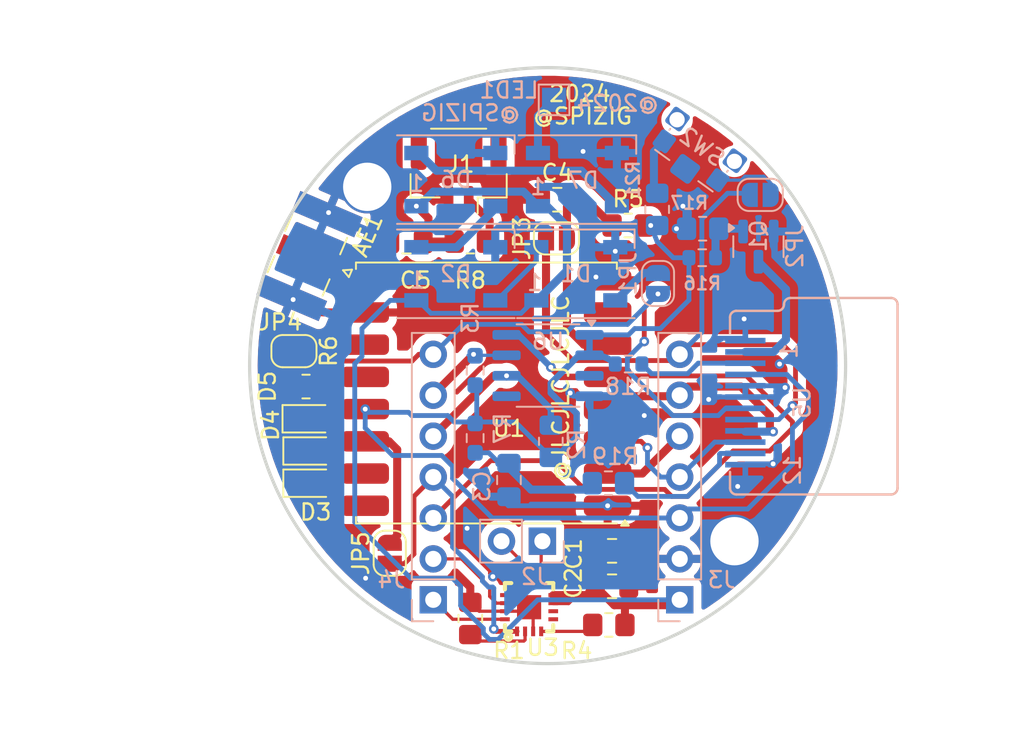
<source format=kicad_pcb>
(kicad_pcb (version 20240108) (generator "pcbnew") (generator_version "8.0")
  (layers (0 "F.Cu" signal) (31 "B.Cu" signal) (34 "B.Paste" user) (35 "F.Paste" user) (36 "B.SilkS" user "B.Silkscreen") (37 "F.SilkS" user "F.Silkscreen") (38 "B.Mask" user) (39 "F.Mask" user) (44 "Edge.Cuts" user))
  (net 0 "")
  (net 1 "GND")
  (net 2 "+3.3VP")
  (net 4 "Net-(C3-Pad1)")
  (net 7 "Net-(D1-DOUT)")
  (net 8 "Net-(D2-DOUT)")
  (net 9 "+BATT")
  (net 10 "/GPIO07")
  (net 11 "/GPIO09")
  (net 12 "/GPIO08")
  (net 13 "/LEDK")
  (net 14 "Net-(Q1-G)")
  (net 15 "Net-(U5-LEDA)")
  (net 16 "Net-(U5-~{RESET})")
  (net 17 "Net-(R21-Pad2)")
  (net 20 "Net-(J2-Pin_1)")
  (net 21 "Net-(J2-Pin_2)")
  (net 22 "Net-(U3-GAIN)")
  (net 23 "Net-(U3-SD)")
  (net 24 "/AUDIO_LRC")
  (net 25 "/AUDIO_DIN")
  (net 26 "/AUDIO_BCLK")
  (net 31 "/GPIO03")
  (net 32 "/GPIO06")
  (net 33 "/GPIO05")
  (net 34 "/GPIO43")
  (net 35 "Net-(D3-A)")
  (net 36 "Net-(D4-A)")
  (net 37 "/DIO0")
  (net 38 "/GPIO44")
  (net 39 "Net-(D6-DOUT)")
  (net 40 "Net-(D7-DOUT)")
  (net 41 "/LED_WS2812")
  (net 42 "/SW_X")
  (net 43 "Net-(JP3-B)")
  (net 44 "Net-(AE1-A)")
  (net 45 "Net-(D3-K)")
  (net 46 "Net-(J1-Pin_1)")
  (footprint "Diode_SMD:D_SOD-323" (layer "F.Cu") (at 99.15 83)
    (property "Reference" "D5")
    (property "Value" "MBR0530")
  )
  (footprint "Connector_Coaxial:SMA_Samtec_SMA-J-P-X-ST-EM1_EdgeMount" (layer "F.Cu") (at 99.216207 72.895368 -113)
    (property "Reference" "AE1")
    (property "Value" "Antenna_Shield")
  )
  (footprint "Capacitor_SMD:C_0805_2012Metric_Pad1.18x1.45mm_HandSolder" (layer "F.Cu") (at 118 93.4)
    (property "Reference" "C2")
    (property "Value" "100nF")
  )
  (footprint "Connector_JST:JST_GH_SM02B-GHS-TB_1x02-1MP_P1.25mm_Horizontal" (layer "F.Cu") (at 108.475 67.55 180)
    (property "Reference" "J1")
    (property "Value" "Conn_01x02_Female")
  )
  (footprint "Diode_SMD:D_SOD-323" (layer "F.Cu") (at 99.2 85)
    (property "Reference" "D4")
    (property "Value" "MBR0530")
  )
  (footprint "Jumper:SolderJumper-2_P1.3mm_Open_RoundedPad1.0x1.5mm" (layer "F.Cu") (at 98.25 78.8)
    (property "Reference" "JP4")
    (property "Value" "SolderJumper_2_Open" (hide yes))
  )
  (footprint "Resistor_SMD:R_0805_2012Metric_Pad1.20x1.40mm_HandSolder" (layer "F.Cu") (at 119 71)
    (property "Reference" "R5")
    (property "Value" "10K")
  )
  (footprint "Resistor_SMD:R_0805_2012Metric_Pad1.20x1.40mm_HandSolder" (layer "F.Cu") (at 109.2 95.4 -90)
    (property "Reference" "R1")
    (property "Value" "1K")
  )
  (footprint "Capacitor_SMD:C_0805_2012Metric_Pad1.18x1.45mm_HandSolder" (layer "F.Cu") (at 118 91.2)
    (property "Reference" "C1")
    (property "Value" "100nF")
  )
  (footprint "Resistor_SMD:R_0805_2012Metric_Pad1.20x1.40mm_HandSolder" (layer "F.Cu") (at 109.2 72 180)
    (property "Reference" "R8")
    (property "Value" "0R")
  )
  (footprint "Diode_SMD:D_SOD-323" (layer "F.Cu") (at 99.2 87)
    (property "Reference" "D3")
    (property "Value" "MBR0530")
  )
  (footprint "Capacitor_SMD:C_0805_2012Metric_Pad1.18x1.45mm_HandSolder" (layer "F.Cu") (at 114.6 69.4)
    (property "Reference" "C4")
    (property "Value" "100nF")
  )
  (footprint "Resistor_SMD:R_0805_2012Metric_Pad1.20x1.40mm_HandSolder" (layer "F.Cu") (at 117.8 95.8 180)
    (property "Reference" "R4")
    (property "Value" "1K")
  )
  (footprint "Capacitor_SMD:C_0805_2012Metric_Pad1.18x1.45mm_HandSolder" (layer "F.Cu") (at 105.2375 72 180)
    (property "Reference" "C5")
    (property "Value" "4.7uF")
  )
  (footprint "Resistor_SMD:R_0805_2012Metric_Pad1.20x1.40mm_HandSolder" (layer "F.Cu") (at 99 81)
    (property "Reference" "R6")
    (property "Value" "1K")
  )
  (footprint "Jumper:SolderJumper-2_P1.3mm_Open_RoundedPad1.0x1.5mm" (layer "F.Cu") (at 104.2 91.35 90)
    (property "Reference" "JP5")
    (property "Value" "SolderJumper_2_Open")
  )
  (footprint "Jumper:SolderJumper-2_P1.3mm_Open_RoundedPad1.0x1.5mm" (layer "F.Cu") (at 114.55 71.8)
    (property "Reference" "JP3")
    (property "Value" "SolderJumper_2_Open" (hide yes))
  )
  (footprint "tp4056:TQFN-16_L3.0-W3.0-P0.50-BL-EP1.5" (layer "F.Cu") (at 112.849 94.7)
    (property "Reference" "U3")
    (property "Value" "~" (hide yes))
  )
  (footprint "RF_Module:HOPERF_RFM9XW_SMD" (layer "F.Cu") (at 110.2 81.4 180)
    (property "Reference" "U1")
    (property "Value" "RFM95W-868S2")
  )
  (footprint "Connector_PinHeader_2.54mm:PinHeader_1x07_P2.54mm_Vertical" (layer "B.Cu") (at 122.2 94.24)
    (property "Reference" "J3")
    (property "Value" "Conn_01x07_Pin")
  )
  (footprint "Capacitor_SMD:C_0805_2012Metric_Pad1.18x1.45mm_HandSolder" (layer "B.Cu") (at 111.6 86.8 -90)
    (property "Reference" "C3")
    (property "Value" "100nF")
  )
  (footprint "Resistor_SMD:R_0805_2012Metric_Pad1.20x1.40mm_HandSolder" (layer "B.Cu") (at 120.8 70 90)
    (property "Reference" "R21")
    (property "Value" "100K")
  )
  (footprint "LED_SMD:LED_WS2812B_PLCC4_5.0x5.0mm_P3.2mm" (layer "B.Cu") (at 108.3 68.15)
    (property "Reference" "D6")
    (property "Value" "WS2812B")
  )
  (footprint "Resistor_SMD:R_0805_2012Metric_Pad1.20x1.40mm_HandSolder" (layer "B.Cu") (at 117.775 87 180)
    (property "Reference" "R19")
    (property "Value" "0R")
  )
  (footprint "open-Smartwatch:GC9A01_IPS_display" (layer "B.Cu") (at 126.525 82 90)
    (property "Reference" "U5")
    (property "Value" "GC9A01_IPS_display")
  )
  (footprint "Jumper:SolderJumper-2_P1.3mm_Open_RoundedPad1.0x1.5mm" (layer "B.Cu") (at 120.85 74.6 -90)
    (property "Reference" "JP1")
    (property "Value" "SolderJumper_2_Open")
  )
  (footprint "Resistor_SMD:R_0603_1608Metric" (layer "B.Cu") (at 123.6 73 180)
    (property "Reference" "R16")
    (property "Value" "10k")
  )
  (footprint "LED_SMD:LED_WS2812B_PLCC4_5.0x5.0mm_P3.2mm" (layer "B.Cu") (at 108.3 74)
    (property "Reference" "D2")
    (property "Value" "WS2812B")
  )
  (footprint "Connector_PinHeader_2.54mm:PinHeader_1x02_P2.54mm_Vertical" (layer "B.Cu") (at 113.675 90.6 90)
    (property "Reference" "J2")
    (property "Value" "Conn_01x02_Pin" (hide yes))
  )
  (footprint "Jumper:SolderJumper-2_P1.3mm_Open_RoundedPad1.0x1.5mm" (layer "B.Cu") (at 127.2 69.1)
    (property "Reference" "JP2")
    (property "Value" "SolderJumper_2_Open")
  )
  (footprint "Package_TO_SOT_SMD:SOT-23" (layer "B.Cu") (at 127.0875 72.3125 -90)
    (property "Reference" "Q1")
    (property "Value" "2N7002")
  )
  (footprint "TestPoint:TestPoint_Pad_1.5x1.5mm" (layer "B.Cu") (at 114.4 63.2 180)
    (property "Reference" "LED1")
    (property "Value" "TestPoint")
  )
  (footprint "tp4056:SW_SPST_CK_KMS2xxGP" (layer "B.Cu") (at 123.375352 66.33218 -36)
    (property "Reference" "SW2")
    (property "Value" "SW_Push")
  )
  (footprint "Resistor_SMD:R_0805_2012Metric_Pad1.20x1.40mm_HandSolder" (layer "B.Cu") (at 114.2 84.4 90)
    (property "Reference" "R2")
    (property "Value" "10k")
  )
  (footprint "LED_SMD:LED_WS2812B_PLCC4_5.0x5.0mm_P3.2mm" (layer "B.Cu") (at 115.85 68.15)
    (property "Reference" "D7")
    (property "Value" "WS2812B")
  )
  (footprint "Resistor_SMD:R_0805_2012Metric_Pad1.20x1.40mm_HandSolder" (layer "B.Cu") (at 123.625 71.2)
    (property "Reference" "R17")
    (property "Value" "1M")
  )
  (footprint "LED_SMD:LED_WS2812B_PLCC4_5.0x5.0mm_P3.2mm" (layer "B.Cu") (at 115.75 74)
    (property "Reference" "D1")
    (property "Value" "WS2812B")
  )
  (footprint "Connector_PinHeader_2.54mm:PinHeader_1x07_P2.54mm_Vertical" (layer "B.Cu") (at 106.9 94.24)
    (property "Reference" "J4")
    (property "Value" "Conn_01x07_Pin")
  )
  (footprint "Resistor_SMD:R_0603_1608Metric_Pad0.98x0.95mm_HandSolder" (layer "B.Cu") (at 109.5 80 90)
    (property "Reference" "R3")
    (property "Value" "10k")
  )
  (footprint "Resistor_SMD:R_0603_1608Metric_Pad0.98x0.95mm_HandSolder" (layer "B.Cu") (at 109.5 84.2 -90)
    (property "Reference" "R7")
    (property "Value" "10k")
  )
  (footprint "Resistor_SMD:R_0603_1608Metric" (layer "B.Cu") (at 119.025 79.6)
    (property "Reference" "R18")
    (property "Value" "22")
  )
  (footprint "Package_SO:SO-8_3.9x4.9mm_P1.27mm" (layer "B.Cu") (at 114.025 79.695 180)
    (property "Reference" "U6")
    (property "Value" "MT6701CT")
  )
  (gr_circle (center 114 79.7) (end 132.5 79.7) (stroke (width 0.2)) (fill none) (layer "Edge.Cuts"))
  (gr_text "@2024" (at 121 64 0) (layer "B.SilkS") (effects (font (size 1 1)) (justify left bottom mirror)))
  (gr_text "@SPIZIG" (at 112.4 64.6 -0) (layer "B.SilkS") (effects (font (size 1 1)) (justify left bottom mirror)))
  (gr_text "@JLCJLCJLCJLC" (at 115.4 87 90) (layer "F.SilkS") (effects (font (size 1 1)) (justify left bottom)))
  (gr_text "@SPIZIG" (at 113 64.8 0) (layer "F.SilkS") (effects (font (size 1 1)) (justify left bottom)))
  (gr_text "2024" (at 114 63.4 0) (layer "F.SilkS") (effects (font (size 1 1)) (justify left bottom)))
  (segment (start 111.349 94.948) (end 112.601 94.948) (width 0.2) (layer "F.Cu") (net 1))
  (segment (start 112.599 92.673) (end 112.326 92.4) (width 0.2) (layer "F.Cu") (net 1))
  (segment (start 106.897316 68.447316) (end 107.244632 68.1) (width 0.5) (layer "F.Cu") (net 1))
  (segment (start 102.952684 68.447316) (end 102.8 68.6) (width 0.5) (layer "F.Cu") (net 1))
  (segment (start 113.101 96.2) (end 113.101 94.952) (width 0.2) (layer "F.Cu") (net 1))
  (segment (start 128.74038 81.05962) (end 128.74038 79.94038) (width 0.3) (layer "F.Cu") (net 1))
  (segment (start 112.599 93.2) (end 112.599 94.45) (width 0.2) (layer "F.Cu") (net 1))
  (segment (start 110.6 92.8) (end 110.4 92.6) (width 0.2) (layer "F.Cu") (net 1))
  (segment (start 100 76.2) (end 99.975 76.225) (width 0.2) (layer "F.Cu") (net 1))
  (segment (start 109.2 93.6) (end 109.2 94.4) (width 0.3) (layer "F.Cu") (net 1))
  (segment (start 112.599 93.2) (end 112.599 92.673) (width 0.2) (layer "F.Cu") (net 1))
  (segment (start 110.4 92.234314) (end 109 90.834315) (width 0.2) (layer "F.Cu") (net 1))
  (segment (start 106.897316 68.447316) (end 102.952684 68.447316) (width 0.5) (layer "F.Cu") (net 1))
  (segment (start 102.7 92.9) (end 108.5 92.9) (width 0.3) (layer "F.Cu") (net 1))
  (segment (start 109 90.834315) (end 109 89.8) (width 0.2) (layer "F.Cu") (net 1))
  (segment (start 107.244632 68.1) (end 112.2625 68.1) (width 0.5) (layer "F.Cu") (net 1))
  (segment (start 102.675 76.4) (end 100.295338 76.4) (width 0.5) (layer "F.Cu") (net 1))
  (segment (start 110.4 92.6) (end 110.4 92.234314) (width 0.2) (layer "F.Cu") (net 1))
  (segment (start 112.601 94.948) (end 112.849 94.7) (width 0.2) (layer "F.Cu") (net 1))
  (segment (start 107.85 69.4) (end 106.897316 68.447316) (width 0.5) (layer "F.Cu") (net 1))
  (segment (start 111.349 94.948) (end 109.748 94.948) (width 0.2) (layer "F.Cu") (net 1))
  (segment (start 112.2625 68.1) (end 113.5625 69.4) (width 0.5) (layer "F.Cu") (net 1))
  (segment (start 108.5 92.9) (end 109.2 93.6) (width 0.3) (layer "F.Cu") (net 1))
  (segment (start 111 92.4) (end 110.6 92.8) (width 0.2) (layer "F.Cu") (net 1))
  (segment (start 123 82.8) (end 120 82.8) (width 0.3) (layer "F.Cu") (net 1))
  (segment (start 109.748 94.948) (end 109.2 94.4) (width 0.2) (layer "F.Cu") (net 1))
  (segment (start 112.326 92.4) (end 111 92.4) (width 0.2) (layer "F.Cu") (net 1))
  (via (at 98.2 75.6) (size 0.5) (drill 0.3) (layers "F.Cu" "B.Cu") (net 1))
  (via (at 125.8 87.2) (size 0.6) (drill 0.3) (layers "F.Cu" "B.Cu") (net 1))
  (via (at 122 71.2) (size 0.6) (drill 0.3) (layers "F.Cu" "B.Cu") (net 1))
  (via (at 124 81.8) (size 0.6) (drill 0.3) (layers "F.Cu" "B.Cu") (net 1))
  (via (at 122.4 69.8) (size 0.6) (drill 0.3) (layers "F.Cu" "B.Cu") (net 1))
  (via (at 102.8 68.6) (size 3.3) (drill 3) (layers "F.Cu" "B.Cu") (net 1))
  (via (at 117 74.2) (size 0.5) (drill 0.3) (layers "F.Cu" "B.Cu") (net 1))
  (via (at 102.7 92.9) (size 0.5) (drill 0.3) (layers "F.Cu" "B.Cu") (net 1))
  (via (at 109 89.8) (size 0.5) (drill 0.3) (layers "F.Cu" "B.Cu") (net 1))
  (via (at 128.74038 81.05962) (size 0.6) (drill 0.3) (layers "F.Cu" "B.Cu") (net 1))
  (via (at 125.6 90.6) (size 3.3) (drill 3) (layers "F.Cu" "B.Cu") (net 1))
  (via (at 110.6 92.8) (size 0.6) (drill 0.3) (layers "F.Cu" "B.Cu") (net 1))
  (via (at 128.4 79.6) (size 0.6) (drill 0.3) (layers "F.Cu" "B.Cu") (net 1))
  (via (at 120 82.8) (size 0.6) (drill 0.3) (layers "F.Cu" "B.Cu") (net 1))
  (via (at 117.725 88.4) (size 0.6) (drill 0.3) (layers "F.Cu" "B.Cu") (net 1))
  (via (at 116.2 66.4) (size 0.6) (drill 0.3) (layers "F.Cu" "B.Cu") (net 1))
  (via (at 126.2 76.8) (size 0.6) (drill 0.3) (layers "F.Cu" "B.Cu") (net 1))
  (via (at 100.4 70.2) (size 0.5) (drill 0.3) (layers "F.Cu" "B.Cu") (net 1))
  (via (at 118.2 72.6) (size 0.6) (drill 0.3) (layers "F.Cu" "B.Cu") (net 1))
  (via (at 128 85.8) (size 0.5) (drill 0.3) (layers "F.Cu" "B.Cu") (net 1))
  (via (at 115.4 81.4) (size 0.6) (drill 0.3) (layers "F.Cu" "B.Cu") (net 1))
  (arc (start 100.295338 76.4) (mid 99.113936 76.165005) (end 98.112392 75.495794) (width 0.5) (layer "F.Cu") (net 1))
  (arc (start 128.74038 79.94038) (mid 128.640685 79.699695) (end 128.4 79.6) (width 0.3) (layer "F.Cu") (net 1))
  (arc (start 124 81.8) (mid 123.707107 82.507107) (end 123 82.8) (width 0.3) (layer "F.Cu") (net 1))
  (segment (start 122.8 71.2) (end 122.8 70.2) (width 0.3) (layer "B.Cu") (net 1))
  (segment (start 122 71.2) (end 122.8 71.2) (width 0.3) (layer "B.Cu") (net 1))
  (segment (start 126.2 77) (end 126.2 76.8) (width 0.3) (layer "B.Cu") (net 1))
  (segment (start 111.5625 88.4) (end 117.725 88.4) (width 0.3) (layer "B.Cu") (net 1))
  (segment (start 128 85.8) (end 126.325 85.8) (width 0.3) (layer "B.Cu") (net 1))
  (segment (start 126.275 81.65) (end 128.15 81.65) (width 0.3) (layer "B.Cu") (net 1))
  (segment (start 111 87.8375) (end 111.5625 88.4) (width 0.3) (layer "B.Cu") (net 1))
  (segment (start 115.6 81.6) (end 115.4 81.4) (width 0.3) (layer "B.Cu") (net 1))
  (segment (start 124.4 77) (end 126.2 77) (width 0.3) (layer "B.Cu") (net 1))
  (segment (start 126.275 78.15) (end 126.275 78) (width 0.3) (layer "B.Cu") (net 1))
  (segment (start 124.4 78) (end 124.4 77) (width 0.3) (layer "B.Cu") (net 1))
  (segment (start 126.325 85.8) (end 126.275 85.85) (width 0.3) (layer "B.Cu") (net 1))
  (segment (start 128.63076 80.95) (end 128.74038 81.05962) (width 0.3) (layer "B.Cu") (net 1))
  (segment (start 124 81.65) (end 124 81.8) (width 0.3) (layer "B.Cu") (net 1))
  (segment (start 126.275 81.65) (end 124 81.65) (width 0.3) (layer "B.Cu") (net 1))
  (segment (start 126.275 78) (end 124.4 78) (width 0.3) (layer "B.Cu") (net 1))
  (segment (start 126.275 80.95) (end 128.63076 80.95) (width 0.3) (layer "B.Cu") (net 1))
  (segment (start 128.15 81.65) (end 128.74038 81.05962) (width 0.3) (layer "B.Cu") (net 1))
  (segment (start 116.6 81.6) (end 115.6 81.6) (width 0.3) (layer "B.Cu") (net 1))
  (arc (start 122.8 70.2) (mid 122.682843 69.917157) (end 122.4 69.8) (width 0.3) (layer "B.Cu") (net 1))
  (via (at 120.4 71) (size 0.6) (drill 0.3) (layers "F.Cu" "B.Cu") (net 2))
  (via (at 102.675 82.4) (size 0.6) (drill 0.3) (layers "F.Cu" "B.Cu") (net 2))
  (segment (start 122.775 73) (end 122.775 75.625) (width 0.3) (layer "B.Cu") (net 2))
  (segment (start 115.1 82.3) (end 114.2 81.4) (width 0.4) (layer "B.Cu") (net 2))
  (segment (start 121.8 73) (end 122.775 73) (width 0.3) (layer "B.Cu") (net 2))
  (segment (start 119.407106 77.4) (end 119.017106 77.79) (width 0.3) (layer "B.Cu") (net 2))
  (segment (start 110.559999 89.16) (end 108.1 86.700001) (width 0.3) (layer "B.Cu") (net 2))
  (segment (start 130.2 82.6) (end 129.2 83.6) (width 0.3) (layer "B.Cu") (net 2))
  (segment (start 129.2 85.828428) (end 126.428428 88.6) (width 0.3) (layer "B.Cu") (net 2))
  (segment (start 102.675 83.575) (end 102.675 82.4) (width 0.3) (layer "B.Cu") (net 2))
  (segment (start 128.85 80.25) (end 130.2 81.6) (width 0.3) (layer "B.Cu") (net 2))
  (segment (start 126.428428 88.6) (end 122.76 88.6) (width 0.3) (layer "B.Cu") (net 2))
  (segment (start 109.6 81.0125) (end 109.5 80.9125) (width 0.3) (layer "B.Cu") (net 2))
  (segment (start 112 83.2) (end 109 83.2) (width 0.3) (layer "B.Cu") (net 2))
  (segment (start 105.362943 82.6) (end 102.875 82.6) (width 0.3) (layer "B.Cu") (net 2))
  (segment (start 129.2 83.6) (end 129.2 85.828428) (width 0.3) (layer "B.Cu") (net 2))
  (segment (start 114.2 80.8) (end 115.94 79.06) (width 0.4) (layer "B.Cu") (net 2))
  (segment (start 115.8 84.126166) (end 115.8 82.673834) (width 0.4) (layer "B.Cu") (net 2))
  (segment (start 102.875 82.6) (end 102.675 82.4) (width 0.3) (layer "B.Cu") (net 2))
  (segment (start 107.8 82.8) (end 105.562943 82.8) (width 0.3) (layer "B.Cu") (net 2))
  (segment (start 114.2 85.4) (end 114.526166 85.4) (width 0.4) (layer "B.Cu") (net 2))
  (segment (start 109 83.2) (end 109.5875 83.2) (width 0.3) (layer "B.Cu") (net 2))
  (segment (start 108.1 85.955456) (end 107.424544 85.28) (width 0.3) (layer "B.Cu") (net 2))
  (segment (start 120.4 71) (end 120.8 72) (width 0.3) (layer "B.Cu") (net 2))
  (segment (start 114.526166 85.4) (end 115.8 84.126166) (width 0.4) (layer "B.Cu") (net 2))
  (segment (start 116.6 79.06) (end 116.896325 79.06) (width 0.4) (layer "B.Cu") (net 2))
  (segment (start 115.426166 82.3) (end 115.1 82.3) (width 0.4) (layer "B.Cu") (net 2))
  (segment (start 114.2 85.4) (end 112 83.2) (width 0.3) (layer "B.Cu") (net 2))
  (segment (start 115.94 79.06) (end 116.6 79.06) (width 0.4) (layer "B.Cu") (net 2))
  (segment (start 116.6 79.06) (end 116.6 77.79) (width 0.4) (layer "B.Cu") (net 2))
  (segment (start 122.76 88.6) (end 122.2 89.16) (width 0.3) (layer "B.Cu") (net 2))
  (segment (start 104.38 85.28) (end 102.675 83.575) (width 0.3) (layer "B.Cu") (net 2))
  (segment (start 122.2 89.16) (end 110.559999 89.16) (width 0.3) (layer "B.Cu") (net 2))
  (segment (start 108.1 86.700001) (end 108.1 85.955456) (width 0.3) (layer "B.Cu") (net 2))
  (segment (start 119.017106 77.79) (end 116.6 77.79) (width 0.3) (layer "B.Cu") (net 2))
  (segment (start 105.562943 82.8) (end 105.362943 82.6) (width 0.3) (layer "B.Cu") (net 2))
  (segment (start 108.2 83.2) (end 107.8 82.8) (width 0.3) (layer "B.Cu") (net 2))
  (segment (start 109.6 83.1875) (end 109.6 81.0125) (width 0.3) (layer "B.Cu") (net 2))
  (segment (start 115.8 82.673834) (end 115.426166 82.3) (width 0.4) (layer "B.Cu") (net 2))
  (segment (start 121 77.4) (end 119.407106 77.4) (width 0.3) (layer "B.Cu") (net 2))
  (segment (start 120.8 71) (end 120.4 71) (width 0.3) (layer "B.Cu") (net 2))
  (segment (start 107.424544 85.28) (end 104.38 85.28) (width 0.3) (layer "B.Cu") (net 2))
  (segment (start 122.775 75.625) (end 121 77.4) (width 0.3) (layer "B.Cu") (net 2))
  (segment (start 109 83.2) (end 108.2 83.2) (width 0.3) (layer "B.Cu") (net 2))
  (segment (start 109.5875 83.2) (end 109.6 83.1875) (width 0.3) (layer "B.Cu") (net 2))
  (segment (start 126.275 80.25) (end 128.85 80.25) (width 0.3) (layer "B.Cu") (net 2))
  (segment (start 120.8 72) (end 121.8 73) (width 0.3) (layer "B.Cu") (net 2))
  (segment (start 130.2 81.6) (end 130.2 82.6) (width 0.3) (layer "B.Cu") (net 2))
  (segment (start 114.2 81.4) (end 114.2 80.8) (width 0.4) (layer "B.Cu") (net 2))
  (arc (start 116.896325 79.06) (mid 117.601868 79.200342) (end 118.2 79.6) (width 0.4) (layer "B.Cu") (net 2))
  (segment (start 116.775 87) (end 116.375 87.4) (width 0.5) (layer "B.Cu") (net 4))
  (segment (start 116.375 87.4) (end 112.971878 87.4) (width 0.5) (layer "B.Cu") (net 4))
  (segment (start 110.35 85.1125) (end 111 85.7625) (width 0.3) (layer "B.Cu") (net 4))
  (segment (start 109.5 85.1125) (end 110.35 85.1125) (width 0.3) (layer "B.Cu") (net 4))
  (segment (start 109.4125 85.2) (end 109.5 85.1125) (width 0.3) (layer "B.Cu") (net 4))
  (segment (start 111.334378 85.7625) (end 111 85.7625) (width 0.5) (layer "B.Cu") (net 4))
  (segment (start 112.971878 87.4) (end 111.334378 85.7625) (width 0.5) (layer "B.Cu") (net 4))
  (segment (start 113.3 72.4) (end 113.3 73.2) (width 0.3) (layer "B.Cu") (net 7))
  (segment (start 113.3 73.2) (end 110.85 75.65) (width 0.3) (layer "B.Cu") (net 7))
  (segment (start 105.95 72.35) (end 108.35 72.35) (width 0.5) (layer "B.Cu") (net 8))
  (segment (start 108.35 72.35) (end 110.9 69.8) (width 0.5) (layer "B.Cu") (net 8))
  (segment (start 118.1375 94.575) (end 116.9625 93.4) (width 0.5) (layer "F.Cu") (net 9))
  (segment (start 118.8 94.575) (end 118.1375 94.575) (width 0.5) (layer "F.Cu") (net 9))
  (segment (start 106.6 70.55) (end 105.85 69.8) (width 0.5) (layer "F.Cu") (net 9))
  (segment (start 114.349 94.448) (end 115.3 94.448) (width 0.25) (layer "F.Cu") (net 9))
  (segment (start 106.6 72) (end 106.6 70.55) (width 0.5) (layer "F.Cu") (net 9))
  (segment (start 121.865 94.575) (end 118.8 94.575) (width 0.5) (layer "F.Cu") (net 9))
  (segment (start 115.8 93.948) (end 116.4145 93.948) (width 0.5) (layer "F.Cu") (net 9))
  (segment (start 116.9625 91.2) (end 116.9625 93.4) (width 0.5) (layer "F.Cu") (net 9))
  (segment (start 114.349 93.948) (end 115.8 93.948) (width 0.5) (layer "F.Cu") (net 9))
  (segment (start 106.275 72) (end 108.2 72) (width 0.5) (layer "F.Cu") (net 9))
  (segment (start 115.3 94.448) (end 115.8 93.948) (width 0.25) (layer "F.Cu") (net 9))
  (segment (start 116.4145 93.948) (end 116.9625 93.4) (width 0.5) (layer "F.Cu") (net 9))
  (segment (start 118.8 95.8) (end 118.8 94.575) (width 0.5) (layer "F.Cu") (net 9))
  (via (at 105.85 69.8) (size 0.6) (drill 0.3) (layers "F.Cu" "B.Cu") (net 9))
  (segment (start 122.2 94.24) (end 113.384025 94.24) (width 0.3) (layer "B.Cu") (net 9))
  (segment (start 110.387547 96.698) (end 110.006786 96.317239) (width 0.3) (layer "B.Cu") (net 9))
  (segment (start 115.2 73.8) (end 113.3 75.7) (width 0.5) (layer "B.Cu") (net 9))
  (segment (start 113.384025 94.24) (end 110.926025 96.698) (width 0.3) (layer "B.Cu") (net 9))
  (segment (start 106.9 68.9) (end 112.5 68.9) (width 0.5) (layer "B.Cu") (net 9))
  (segment (start 102.4725 79.1275) (end 102.4725 77.4) (width 0.3) (layer "B.Cu") (net 9))
  (segment (start 102.025 79.575) (end 102.4725 79.1275) (width 0.3) (layer "B.Cu") (net 9))
  (segment (start 106.75 76.45) (end 112.35 76.45) (width 0.3) (layer "B.Cu") (net 9))
  (segment (start 113.1 75.7) (end 113.3 75.7) (width 0.3) (layer "B.Cu") (net 9))
  (segment (start 108.6 94.6) (end 108.6 93.4) (width 0.3) (layer "B.Cu") (net 9))
  (segment (start 105.95 75.65) (end 106.75 76.45) (width 0.3) (layer "B.Cu") (net 9))
  (segment (start 113.960661 69.8) (end 115.2 71.039339) (width 0.5) (layer "B.Cu") (net 9))
  (segment (start 110.006786 96.006786) (end 108.6 94.6) (width 0.3) (layer "B.Cu") (net 9))
  (segment (start 110.926025 96.698) (end 110.387547 96.698) (width 0.3) (layer "B.Cu") (net 9))
  (segment (start 106 69.8) (end 106.9 68.9) (width 0.5) (layer "B.Cu") (net 9))
  (segment (start 104.2225 75.65) (end 105.95 75.65) (width 0.3) (layer "B.Cu") (net 9))
  (segment (start 115.2 71.039339) (end 115.2 73.8) (width 0.5) (layer "B.Cu") (net 9))
  (segment (start 105.5 92.9) (end 102.025 89.425) (width 0.3) (layer "B.Cu") (net 9))
  (segment (start 102.025 89.425) (end 102.025 79.575) (width 0.3) (layer "B.Cu") (net 9))
  (segment (start 108.6 93.4) (end 108.1 92.9) (width 0.3) (layer "B.Cu") (net 9))
  (segment (start 112.5 68.9) (end 113.4 69.8) (width 0.5) (layer "B.Cu") (net 9))
  (segment (start 110.006786 96.317239) (end 110.006786 96.006786) (width 0.3) (layer "B.Cu") (net 9))
  (segment (start 102.4725 77.4) (end 104.2225 75.65) (width 0.3) (layer "B.Cu") (net 9))
  (segment (start 112.35 76.45) (end 113.1 75.7) (width 0.3) (layer "B.Cu") (net 9))
  (segment (start 108.1 92.9) (end 105.5 92.9) (width 0.3) (layer "B.Cu") (net 9))
  (segment (start 113.4 69.8) (end 113.960661 69.8) (width 0.5) (layer "B.Cu") (net 9))
  (segment (start 122.14 81.6) (end 122.2 81.54) (width 0.5) (layer "F.Cu") (net 10))
  (segment (start 122.2 81.54) (end 122.74 81) (width 0.5) (layer "F.Cu") (net 10))
  (segment (start 117.725 82.4) (end 118.525 81.6) (width 0.5) (layer "F.Cu") (net 10))
  (segment (start 127.8 83.6) (end 128 83.8) (width 0.5) (layer "F.Cu") (net 10))
  (segment (start 126 81) (end 127.8 82.8) (width 0.5) (layer "F.Cu") (net 10))
  (segment (start 118.525 81.6) (end 122.14 81.6) (width 0.5) (layer "F.Cu") (net 10))
  (segment (start 122.74 81) (end 126 81) (width 0.5) (layer "F.Cu") (net 10))
  (segment (start 127.8 82.8) (end 127.8 83.6) (width 0.5) (layer "F.Cu") (net 10))
  (via (at 128 83.8) (size 0.6) (drill 0.3) (layers "F.Cu" "B.Cu") (net 10))
  (segment (start 128 83.8) (end 126.275 83.8) (width 0.5) (layer "B.Cu") (net 10))
  (segment (start 117.725 84.4) (end 119.8 84.4) (width 0.3) (layer "F.Cu") (net 11))
  (segment (start 119.8 84.4) (end 120.2 84.8) (width 0.3) (layer "F.Cu") (net 11))
  (via (at 120.2 84.8) (size 0.6) (drill 0.3) (layers "F.Cu" "B.Cu") (net 11))
  (segment (start 120.2 84.8) (end 120.2 85.8) (width 0.3) (layer "B.Cu") (net 11))
  (segment (start 126.275 84.45) (end 124.37 84.45) (width 0.3) (layer "B.Cu") (net 11))
  (segment (start 124.37 84.45) (end 122.2 86.62) (width 0.3) (layer "B.Cu") (net 11))
  (segment (start 120.2 85.8) (end 121.02 86.62) (width 0.3) (layer "B.Cu") (net 11))
  (segment (start 121.02 86.62) (end 122.2 86.62) (width 0.3) (layer "B.Cu") (net 11))
  (segment (start 119.88 86.4) (end 117.725 86.4) (width 0.5) (layer "F.Cu") (net 12))
  (segment (start 122.2 84.08) (end 119.88 86.4) (width 0.5) (layer "F.Cu") (net 12))
  (segment (start 128.8 74.9625) (end 127.0875 73.25) (width 0.5) (layer "B.Cu") (net 13))
  (segment (start 126.275 78.85) (end 128.025 78.85) (width 0.5) (layer "B.Cu") (net 13))
  (segment (start 128.8 78.075) (end 128.8 74.9625) (width 0.5) (layer "B.Cu") (net 13))
  (segment (start 128.025 78.85) (end 128.8 78.075) (width 0.5) (layer "B.Cu") (net 13))
  (segment (start 124.45 71.2) (end 125.9625 71.2) (width 0.5) (layer "B.Cu") (net 14))
  (segment (start 125.9625 71.2) (end 126.1375 71.375) (width 0.5) (layer "B.Cu") (net 14))
  (segment (start 124.425 73) (end 124.425 71.225) (width 0.5) (layer "B.Cu") (net 14))
  (segment (start 123.347057 79.55) (end 122.697057 80.2) (width 0.3) (layer "B.Cu") (net 15))
  (segment (start 123.347057 79.55) (end 126.275 79.55) (width 0.3) (layer "B.Cu") (net 15))
  (segment (start 122.697057 80.2) (end 120.45 80.2) (width 0.3) (layer "B.Cu") (net 15))
  (segment (start 120.45 80.2) (end 119.85 79.6) (width 0.3) (layer "B.Cu") (net 15))
  (segment (start 124.675 85.842057) (end 122.697057 87.82) (width 0.3) (layer "B.Cu") (net 16))
  (segment (start 124.725 85.15) (end 124.675 85.2) (width 0.3) (layer "B.Cu") (net 16))
  (segment (start 122.697057 87.82) (end 119.595 87.82) (width 0.3) (layer "B.Cu") (net 16))
  (segment (start 119.595 87.82) (end 118.6 86.825) (width 0.3) (layer "B.Cu") (net 16))
  (segment (start 126.275 85.15) (end 124.725 85.15) (width 0.3) (layer "B.Cu") (net 16))
  (segment (start 124.675 85.2) (end 124.675 85.842057) (width 0.3) (layer "B.Cu") (net 16))
  (segment (start 120.6 66.421072) (end 121.246639 65.774433) (width 0.5) (layer "B.Cu") (net 17))
  (segment (start 120.6 69) (end 120.6 66.421072) (width 0.5) (layer "B.Cu") (net 17))
  (segment (start 113.599 93.2) (end 113.599 90.676) (width 0.2) (layer "F.Cu") (net 20))
  (segment (start 111.135 90.6) (end 113.099 92.564) (width 0.2) (layer "F.Cu") (net 21))
  (segment (start 113.099 92.564) (end 113.099 93.2) (width 0.2) (layer "F.Cu") (net 21))
  (segment (start 112.526 96.8) (end 112.6 96.726) (width 0.2) (layer "F.Cu") (net 22))
  (segment (start 112.6 96.726) (end 112.6 96.2) (width 0.2) (layer "F.Cu") (net 22))
  (segment (start 109.6 96.8) (end 112.526 96.8) (width 0.2) (layer "F.Cu") (net 22))
  (segment (start 113.6 96.2) (end 116.4 96.2) (width 0.2) (layer "F.Cu") (net 23))
  (segment (start 110.4 94.024) (end 110.4 93.448529) (width 0.2) (layer "F.Cu") (net 24))
  (segment (start 108.651471 91.7) (end 106.9 91.7) (width 0.2) (layer "F.Cu") (net 24))
  (segment (start 110.4 93.448529) (end 108.651471 91.7) (width 0.2) (layer "F.Cu") (net 24))
  (segment (start 110.824 94.448) (end 110.4 94.024) (width 0.2) (layer "F.Cu") (net 24))
  (segment (start 111.349 94.448) (end 110.824 94.448) (width 0.2) (layer "F.Cu") (net 24))
  (segment (start 106.9 86.62) (end 105.7 87.82) (width 0.3) (layer "F.Cu") (net 25))
  (segment (start 110.808786 96.2) (end 112.101 96.2) (width 0.3) (layer "F.Cu") (net 25))
  (segment (start 105.1 92) (end 104.2 92) (width 0.3) (layer "F.Cu") (net 25))
  (segment (start 105.7 91.4) (end 105.1 92) (width 0.3) (layer "F.Cu") (net 25))
  (segment (start 110.656786 96.048) (end 110.808786 96.2) (width 0.3) (layer "F.Cu") (net 25))
  (segment (start 105.7 87.82) (end 105.7 91.4) (width 0.3) (layer "F.Cu") (net 25))
  (via (at 110.656786 96.048) (size 0.6) (drill 0.3) (layers "F.Cu" "B.Cu") (net 25))
  (segment (start 109.95 92.80962) (end 108.1 90.95962) (width 0.3) (layer "B.Cu") (net 25))
  (segment (start 110.59038 93.45) (end 110.330761 93.45) (width 0.3) (layer "B.Cu") (net 25))
  (segment (start 110.656786 96.048) (end 110.656786 93.516406) (width 0.3) (layer "B.Cu") (net 25))
  (segment (start 108.1 90.95962) (end 108.1 87.82) (width 0.3) (layer "B.Cu") (net 25))
  (segment (start 109.95 93.069239) (end 109.95 92.80962) (width 0.3) (layer "B.Cu") (net 25))
  (segment (start 110.656786 93.516406) (end 110.59038 93.45) (width 0.3) (layer "B.Cu") (net 25))
  (segment (start 110.330761 93.45) (end 109.95 93.069239) (width 0.3) (layer "B.Cu") (net 25))
  (segment (start 108.1 87.82) (end 106.9 86.62) (width 0.3) (layer "B.Cu") (net 25))
  (segment (start 108.108 95.448) (end 106.9 94.24) (width 0.2) (layer "F.Cu") (net 26))
  (segment (start 111.349 95.448) (end 108.108 95.448) (width 0.2) (layer "F.Cu") (net 26))
  (segment (start 122.697057 87.82) (end 125.517057 85) (width 0.3) (layer "F.Cu") (net 31))
  (segment (start 110.46 85.6) (end 114.506012 85.6) (width 0.3) (layer "F.Cu") (net 31))
  (segment (start 121.702943 87.82) (end 122.697057 87.82) (width 0.3) (layer "F.Cu") (net 31))
  (segment (start 116.291012 87.385) (end 121.267943 87.385) (width 0.3) (layer "F.Cu") (net 31))
  (segment (start 125.517057 85) (end 127.791642 85) (width 0.3) (layer "F.Cu") (net 31))
  (segment (start 129.2 83.591642) (end 129.2 83.191642) (width 0.3) (layer "F.Cu") (net 31))
  (segment (start 127.791642 85) (end 129.2 83.591642) (width 0.3) (layer "F.Cu") (net 31))
  (segment (start 106.9 89.16) (end 110.46 85.6) (width 0.3) (layer "F.Cu") (net 31))
  (segment (start 126.348358 80.34) (end 117.785 80.34) (width 0.3) (layer "F.Cu") (net 31))
  (segment (start 121.267943 87.385) (end 121.702943 87.82) (width 0.3) (layer "F.Cu") (net 31))
  (segment (start 129.2 83.191642) (end 126.348358 80.34) (width 0.3) (layer "F.Cu") (net 31))
  (segment (start 114.8 80.4) (end 117.725 80.4) (width 0.4) (layer "F.Cu") (net 31))
  (segment (start 114.2 79.8) (end 114.8 80.4) (width 0.4) (layer "F.Cu") (net 31))
  (segment (start 114.506012 85.6) (end 116.291012 87.385) (width 0.3) (layer "F.Cu") (net 31))
  (via (at 114.2 79.8) (size 0.6) (drill 0.3) (layers "F.Cu" "B.Cu") (net 31))
  (segment (start 112.19 77.79) (end 111.45 77.79) (width 0.4) (layer "B.Cu") (net 31))
  (segment (start 114.2 79.8) (end 112.19 77.79) (width 0.4) (layer "B.Cu") (net 31))
  (segment (start 106.9 81.54) (end 106.9 81.5) (width 0.5) (layer "F.Cu") (net 32))
  (segment (start 106.9 81.5) (end 109.4 79) (width 0.5) (layer "F.Cu") (net 32))
  (via (at 109.4 79) (size 0.6) (drill 0.3) (layers "F.Cu" "B.Cu") (net 32))
  (segment (start 111.45 79.06) (end 109.06 79.06) (width 0.2) (layer "B.Cu") (net 32))
  (segment (start 106.9 84.08) (end 110.65 80.33) (width 0.5) (layer "F.Cu") (net 33))
  (segment (start 110.65 80.33) (end 111.45 80.33) (width 0.5) (layer "F.Cu") (net 33))
  (via (at 111.45 80.33) (size 0.6) (drill 0.3) (layers "F.Cu" "B.Cu") (net 33))
  (segment (start 106.9 84.08) (end 106.97 84.15) (width 0.3) (layer "B.Cu") (net 33))
  (segment (start 112.13 80.33) (end 114.2 82.4) (width 0.4) (layer "B.Cu") (net 33))
  (segment (start 111.45 80.33) (end 112.13 80.33) (width 0.4) (layer "B.Cu") (net 33))
  (segment (start 114.2 82.4) (end 114.2 83.4) (width 0.4) (layer "B.Cu") (net 33))
  (segment (start 106 79) (end 106.9 79) (width 0.3) (layer "F.Cu") (net 34))
  (segment (start 99.5 78.9) (end 100.285 78.9) (width 0.3) (layer "F.Cu") (net 34))
  (segment (start 120 76.1) (end 120.85 75.25) (width 0.3) (layer "F.Cu") (net 34))
  (segment (start 99.4 78.8) (end 99.5 78.9) (width 0.3) (layer "F.Cu") (net 34))
  (segment (start 120 78.2) (end 120 76.1) (width 0.3) (layer "F.Cu") (net 34))
  (segment (start 105.585 79.415) (end 106 79) (width 0.3) (layer "F.Cu") (net 34))
  (segment (start 105.585 79.415) (end 100.8 79.415) (width 0.3) (layer "F.Cu") (net 34))
  (segment (start 100.285 78.9) (end 100.8 79.415) (width 0.3) (layer "F.Cu") (net 34))
  (via (at 120.85 75.25) (size 0.6) (drill 0.3) (layers "F.Cu" "B.Cu") (net 34))
  (via (at 120 78.2) (size 0.6) (drill 0.3) (layers "F.Cu" "B.Cu") (net 34))
  (segment (start 112.386262 77.14) (end 112.846262 77.6) (width 0.3) (layer "B.Cu") (net 34))
  (segment (start 120 78.2) (end 119.991642 78.2) (width 0.3) (layer "B.Cu") (net 34))
  (segment (start 108.76 77.14) (end 109.2 77.14) (width 0.3) (layer "B.Cu") (net 34))
  (segment (start 112.846262 77.6) (end 115.203738 77.6) (width 0.3) (layer "B.Cu") (net 34))
  (segment (start 115.663738 77.14) (end 118.96 77.14) (width 0.3) (layer "B.Cu") (net 34))
  (segment (start 115.203738 77.6) (end 115.663738 77.14) (width 0.3) (layer "B.Cu") (net 34))
  (segment (start 121.762943 82.8) (end 121.702943 82.74) (width 0.3) (layer "B.Cu") (net 34))
  (segment (start 118.95 79.241642) (end 118.95 79.987057) (width 0.3) (layer "B.Cu") (net 34))
  (segment (start 106.9 79) (end 108.76 77.14) (width 0.3) (layer "B.Cu") (net 34))
  (segment (start 118.96 77.14) (end 120.85 75.25) (width 0.3) (layer "B.Cu") (net 34))
  (segment (start 118.95 79.987057) (end 121.702943 82.74) (width 0.3) (layer "B.Cu") (net 34))
  (segment (start 126.275 82.35) (end 125.05 82.35) (width 0.3) (layer "B.Cu") (net 34))
  (segment (start 119.991642 78.2) (end 118.95 79.241642) (width 0.3) (layer "B.Cu") (net 34))
  (segment (start 109.2 77.14) (end 112.386262 77.14) (width 0.3) (layer "B.Cu") (net 34))
  (segment (start 124.6 82.8) (end 121.762943 82.8) (width 0.3) (layer "B.Cu") (net 34))
  (segment (start 125.05 82.35) (end 124.6 82.8) (width 0.3) (layer "B.Cu") (net 34))
  (segment (start 101.65 88.4) (end 100.25 87) (width 0.2) (layer "F.Cu") (net 35))
  (segment (start 101.65 86.4) (end 100.25 85) (width 0.2) (layer "F.Cu") (net 36))
  (segment (start 104.659496 84.909496) (end 104.15 84.4) (width 0.5) (layer "F.Cu") (net 37))
  (segment (start 104.15 84.4) (end 102.675 84.4) (width 0.5) (layer "F.Cu") (net 37))
  (segment (start 104.2 90.7) (end 104.659496 90.240504) (width 0.5) (layer "F.Cu") (net 37))
  (segment (start 101.6 84.4) (end 100.2 83) (width 0.2) (layer "F.Cu") (net 37))
  (segment (start 104.659496 90.240504) (end 104.659496 84.909496) (width 0.5) (layer "F.Cu") (net 37))
  (segment (start 129.39038 79.19038) (end 128.6 78.4) (width 0.3) (layer "F.Cu") (net 38))
  (segment (start 115.9 79.385) (end 115.585 79.385) (width 0.3) (layer "F.Cu") (net 38))
  (segment (start 113.9 71.8) (end 113.9 77.7) (width 0.5) (layer "F.Cu") (net 38))
  (segment (start 115.585 79.385) (end 113.9 77.7) (width 0.3) (layer "F.Cu") (net 38))
  (segment (start 122.8 78.4) (end 122.2 79) (width 0.3) (layer "F.Cu") (net 38))
  (segment (start 129.39038 82.00962) (end 129.39038 79.19038) (width 0.3) (layer "F.Cu") (net 38))
  (segment (start 121.815 79.385) (end 115.9 79.385) (width 0.3) (layer "F.Cu") (net 38))
  (segment (start 122.2 79) (end 121.815 79.385) (width 0.3) (layer "F.Cu") (net 38))
  (segment (start 128.6 78.4) (end 122.8 78.4) (width 0.3) (layer "F.Cu") (net 38))
  (segment (start 129.2 82.2) (end 129.39038 82.00962) (width 0.3) (layer "F.Cu") (net 38))
  (via (at 129.2 82.2) (size 0.6) (drill 0.3) (layers "F.Cu" "B.Cu") (net 38))
  (segment (start 123.575 77.625) (end 122.2 79) (width 0.3) (layer "B.Cu") (net 38))
  (segment (start 123.575 70.594544) (end 123.575 77.625) (width 0.3) (layer "B.Cu") (net 38))
  (segment (start 126.8 69) (end 125.169544 69) (width 0.3) (layer "B.Cu") (net 38))
  (segment (start 126.275 83.05) (end 128.35 83.05) (width 0.3) (layer "B.Cu") (net 38))
  (segment (start 128.35 83.05) (end 129.2 82.2) (width 0.3) (layer "B.Cu") (net 38))
  (segment (start 125.169544 69) (end 123.575 70.594544) (width 0.3) (layer "B.Cu") (net 38))
  (segment (start 107.1 67.6) (end 106 66.5) (width 0.5) (layer "B.Cu") (net 39))
  (segment (start 116.1 67.6) (end 107.1 67.6) (width 0.5) (layer "B.Cu") (net 39))
  (segment (start 118.3 69.8) (end 116.1 67.6) (width 0.5) (layer "B.Cu") (net 39))
  (segment (start 113.4 66.5) (end 113.4 64.2) (width 0.5) (layer "B.Cu") (net 40))
  (segment (start 113.4 64.2) (end 114.4 63.2) (width 0.5) (layer "B.Cu") (net 40))
  (segment (start 119.95 73.95) (end 120.85 73.95) (width 0.5) (layer "B.Cu") (net 41))
  (segment (start 118.2 75.7) (end 119.95 73.95) (width 0.5) (layer "B.Cu") (net 41))
  (segment (start 128.1 68.682966) (end 128.1 69) (width 0.2) (layer "B.Cu") (net 42))
  (segment (start 127.974134 68.517942) (end 128.1 68.682966) (width 0.2) (layer "B.Cu") (net 42))
  (segment (start 124.563608 68.184353) (end 126.015647 68.184353) (width 0.2) (layer "B.Cu") (net 42))
  (segment (start 127.843002 68.361665) (end 127.974134 68.517942) (width 0.2) (layer "B.Cu") (net 42))
  (segment (start 127.426337 67.945) (end 127.843002 68.361665) (width 0.2) (layer "B.Cu") (net 42))
  (segment (start 126.255 67.945) (end 127.426337 67.945) (width 0.2) (layer "B.Cu") (net 42))
  (segment (start 126.015647 68.184353) (end 126.255 67.945) (width 0.2) (layer "B.Cu") (net 42))
  (segment (start 115.2 69.8375) (end 115.6375 69.4) (width 0.5) (layer "F.Cu") (net 43))
  (segment (start 115.6375 69.4) (end 116.4 69.4) (width 0.5) (layer "F.Cu") (net 43))
  (segment (start 116.4 69.4) (end 118 71) (width 0.5) (layer "F.Cu") (net 43))
  (segment (start 117.725 78.4) (end 116.25 78.4) (width 0.5) (layer "F.Cu") (net 43))
  (segment (start 115.2 77.35) (end 115.2 71.8) (width 0.5) (layer "F.Cu") (net 43))
  (segment (start 115.2 71.8) (end 115.2 69.8375) (width 0.5) (layer "F.Cu") (net 43))
  (segment (start 116.25 78.4) (end 115.2 77.35) (width 0.5) (layer "F.Cu") (net 43))
  (segment (start 102.548943 74.273942) (end 102.675 74.4) (width 0.85) (layer "F.Cu") (net 44))
  (segment (start 100.412949 73.389185) (end 101.2 74.176236) (width 0.85) (layer "F.Cu") (net 44))
  (arc (start 99.032106 72.817221) (mid 100.935404 73.195811) (end 102.548943 74.273942) (width 0.85) (layer "F.Cu") (net 44))
  (arc (start 99.032106 72.817221) (mid 99.779413 72.96587) (end 100.412949 73.389185) (width 0.85) (layer "F.Cu") (net 44))
  (segment (start 98.1 82.9) (end 100 81) (width 0.5) (layer "F.Cu") (net 45))
  (segment (start 98.95 79.95) (end 100 81) (width 0.3) (layer "F.Cu") (net 45))
  (segment (start 98.1 83) (end 98.1 82.9) (width 0.5) (layer "F.Cu") (net 45))
  (segment (start 98.15 86) (end 98.15 85) (width 0.5) (layer "F.Cu") (net 45))
  (segment (start 98.1 84) (end 98.1 83) (width 0.5) (layer "F.Cu") (net 45))
  (segment (start 97.6 78.8) (end 97.6 79.555) (width 0.3) (layer "F.Cu") (net 45))
  (segment (start 98.15 87) (end 98.15 86) (width 0.5) (layer "F.Cu") (net 45))
  (segment (start 97.6 79.555) (end 97.995 79.95) (width 0.3) (layer "F.Cu") (net 45))
  (segment (start 98.15 85.6) (end 98.1 85.55) (width 0.5) (layer "F.Cu") (net 45))
  (segment (start 97.995 79.95) (end 98.95 79.95) (width 0.3) (layer "F.Cu") (net 45))
  (segment (start 98.15 86) (end 98.15 85.6) (width 0.5) (layer "F.Cu") (net 45))
  (segment (start 98.1 85.55) (end 98.1 84) (width 0.5) (layer "F.Cu") (net 45))
  (segment (start 109.1 69.4) (end 110.4 70.7) (width 0.5) (layer "F.Cu") (net 46))
  (segment (start 110.4 70.7) (end 110.4 71.8) (width 0.5) (layer "F.Cu") (net 46))
  (segment (start 110.4 71.8) (end 110.2 72) (width 0.5) (layer "F.Cu") (net 46))
  (zone (net 1) (net_name "GND") (layer "F.Cu") (connect_pads (clearance 0.5)) (min_thickness 0.25) (fill yes (thermal_gap 0.5) (thermal_bridge_width 0.5))
    (polygon (pts (xy 88.4 57) (xy 143.6 59.6) (xy 139.2 103) (xy 84.6 99.4) (xy 88.6 57)))
  )
  (zone (net 1) (net_name "GND") (layer "B.Cu") (connect_pads (clearance 0.5)) (min_thickness 0.25) (fill yes (thermal_gap 0.5) (thermal_bridge_width 0.5))
    (polygon (pts (xy 83.8 57) (xy 139 59.6) (xy 134.6 103) (xy 80 99.4) (xy 84 57)))
  )
)
</source>
